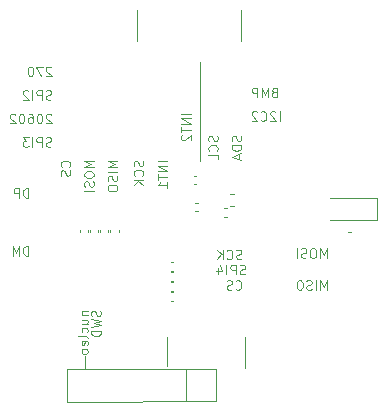
<source format=gbr>
G04 #@! TF.GenerationSoftware,KiCad,Pcbnew,(6.0.8)*
G04 #@! TF.CreationDate,2023-01-15T21:35:17+01:00*
G04 #@! TF.ProjectId,ultimateFC,756c7469-6d61-4746-9546-432e6b696361,rev?*
G04 #@! TF.SameCoordinates,Original*
G04 #@! TF.FileFunction,Legend,Bot*
G04 #@! TF.FilePolarity,Positive*
%FSLAX46Y46*%
G04 Gerber Fmt 4.6, Leading zero omitted, Abs format (unit mm)*
G04 Created by KiCad (PCBNEW (6.0.8)) date 2023-01-15 21:35:17*
%MOMM*%
%LPD*%
G01*
G04 APERTURE LIST*
%ADD10C,0.120000*%
G04 APERTURE END LIST*
D10*
X118100000Y-127400000D02*
X118100000Y-130000000D01*
X114250000Y-104100000D02*
X114250000Y-112450000D01*
X115600000Y-132800000D02*
X115600000Y-130100000D01*
X111500000Y-127400000D02*
X111500000Y-129850000D01*
X108900000Y-99700000D02*
X108900000Y-102300000D01*
X115600000Y-130100000D02*
X103000000Y-130100000D01*
X117700000Y-99700000D02*
X117700000Y-102300000D01*
X103000000Y-132900000D02*
X115600000Y-132800000D01*
X104500000Y-129000000D02*
X104500000Y-130100000D01*
X103000000Y-130100000D02*
X103000000Y-132900000D01*
X113100000Y-130100000D02*
X113100000Y-132800000D01*
X124982761Y-120661904D02*
X124982761Y-119861904D01*
X124716095Y-120433333D01*
X124449428Y-119861904D01*
X124449428Y-120661904D01*
X123916095Y-119861904D02*
X123763714Y-119861904D01*
X123687523Y-119900000D01*
X123611333Y-119976190D01*
X123573238Y-120128571D01*
X123573238Y-120395238D01*
X123611333Y-120547619D01*
X123687523Y-120623809D01*
X123763714Y-120661904D01*
X123916095Y-120661904D01*
X123992285Y-120623809D01*
X124068476Y-120547619D01*
X124106571Y-120395238D01*
X124106571Y-120128571D01*
X124068476Y-119976190D01*
X123992285Y-119900000D01*
X123916095Y-119861904D01*
X123268476Y-120623809D02*
X123154190Y-120661904D01*
X122963714Y-120661904D01*
X122887523Y-120623809D01*
X122849428Y-120585714D01*
X122811333Y-120509523D01*
X122811333Y-120433333D01*
X122849428Y-120357142D01*
X122887523Y-120319047D01*
X122963714Y-120280952D01*
X123116095Y-120242857D01*
X123192285Y-120204761D01*
X123230380Y-120166666D01*
X123268476Y-120090476D01*
X123268476Y-120014285D01*
X123230380Y-119938095D01*
X123192285Y-119900000D01*
X123116095Y-119861904D01*
X122925619Y-119861904D01*
X122811333Y-119900000D01*
X122468476Y-120661904D02*
X122468476Y-119861904D01*
X117274380Y-123285714D02*
X117312476Y-123323809D01*
X117426761Y-123361904D01*
X117502952Y-123361904D01*
X117617238Y-123323809D01*
X117693428Y-123247619D01*
X117731523Y-123171428D01*
X117769619Y-123019047D01*
X117769619Y-122904761D01*
X117731523Y-122752380D01*
X117693428Y-122676190D01*
X117617238Y-122600000D01*
X117502952Y-122561904D01*
X117426761Y-122561904D01*
X117312476Y-122600000D01*
X117274380Y-122638095D01*
X116969619Y-123323809D02*
X116855333Y-123361904D01*
X116664857Y-123361904D01*
X116588666Y-123323809D01*
X116550571Y-123285714D01*
X116512476Y-123209523D01*
X116512476Y-123133333D01*
X116550571Y-123057142D01*
X116588666Y-123019047D01*
X116664857Y-122980952D01*
X116817238Y-122942857D01*
X116893428Y-122904761D01*
X116931523Y-122866666D01*
X116969619Y-122790476D01*
X116969619Y-122714285D01*
X116931523Y-122638095D01*
X116893428Y-122600000D01*
X116817238Y-122561904D01*
X116626761Y-122561904D01*
X116512476Y-122600000D01*
X101669619Y-104538095D02*
X101631523Y-104500000D01*
X101555333Y-104461904D01*
X101364857Y-104461904D01*
X101288666Y-104500000D01*
X101250571Y-104538095D01*
X101212476Y-104614285D01*
X101212476Y-104690476D01*
X101250571Y-104804761D01*
X101707714Y-105261904D01*
X101212476Y-105261904D01*
X100945809Y-104461904D02*
X100412476Y-104461904D01*
X100755333Y-105261904D01*
X99955333Y-104461904D02*
X99879142Y-104461904D01*
X99802952Y-104500000D01*
X99764857Y-104538095D01*
X99726761Y-104614285D01*
X99688666Y-104766666D01*
X99688666Y-104957142D01*
X99726761Y-105109523D01*
X99764857Y-105185714D01*
X99802952Y-105223809D01*
X99879142Y-105261904D01*
X99955333Y-105261904D01*
X100031523Y-105223809D01*
X100069619Y-105185714D01*
X100107714Y-105109523D01*
X100145809Y-104957142D01*
X100145809Y-104766666D01*
X100107714Y-104614285D01*
X100069619Y-104538095D01*
X100031523Y-104500000D01*
X99955333Y-104461904D01*
X115723809Y-110330380D02*
X115761904Y-110444666D01*
X115761904Y-110635142D01*
X115723809Y-110711333D01*
X115685714Y-110749428D01*
X115609523Y-110787523D01*
X115533333Y-110787523D01*
X115457142Y-110749428D01*
X115419047Y-110711333D01*
X115380952Y-110635142D01*
X115342857Y-110482761D01*
X115304761Y-110406571D01*
X115266666Y-110368476D01*
X115190476Y-110330380D01*
X115114285Y-110330380D01*
X115038095Y-110368476D01*
X115000000Y-110406571D01*
X114961904Y-110482761D01*
X114961904Y-110673238D01*
X115000000Y-110787523D01*
X115685714Y-111587523D02*
X115723809Y-111549428D01*
X115761904Y-111435142D01*
X115761904Y-111358952D01*
X115723809Y-111244666D01*
X115647619Y-111168476D01*
X115571428Y-111130380D01*
X115419047Y-111092285D01*
X115304761Y-111092285D01*
X115152380Y-111130380D01*
X115076190Y-111168476D01*
X115000000Y-111244666D01*
X114961904Y-111358952D01*
X114961904Y-111435142D01*
X115000000Y-111549428D01*
X115038095Y-111587523D01*
X115761904Y-112311333D02*
X115761904Y-111930380D01*
X114961904Y-111930380D01*
X101669619Y-111223809D02*
X101555333Y-111261904D01*
X101364857Y-111261904D01*
X101288666Y-111223809D01*
X101250571Y-111185714D01*
X101212476Y-111109523D01*
X101212476Y-111033333D01*
X101250571Y-110957142D01*
X101288666Y-110919047D01*
X101364857Y-110880952D01*
X101517238Y-110842857D01*
X101593428Y-110804761D01*
X101631523Y-110766666D01*
X101669619Y-110690476D01*
X101669619Y-110614285D01*
X101631523Y-110538095D01*
X101593428Y-110500000D01*
X101517238Y-110461904D01*
X101326761Y-110461904D01*
X101212476Y-110500000D01*
X100869619Y-111261904D02*
X100869619Y-110461904D01*
X100564857Y-110461904D01*
X100488666Y-110500000D01*
X100450571Y-110538095D01*
X100412476Y-110614285D01*
X100412476Y-110728571D01*
X100450571Y-110804761D01*
X100488666Y-110842857D01*
X100564857Y-110880952D01*
X100869619Y-110880952D01*
X100069619Y-111261904D02*
X100069619Y-110461904D01*
X99764857Y-110461904D02*
X99269619Y-110461904D01*
X99536285Y-110766666D01*
X99422000Y-110766666D01*
X99345809Y-110804761D01*
X99307714Y-110842857D01*
X99269619Y-110919047D01*
X99269619Y-111109523D01*
X99307714Y-111185714D01*
X99345809Y-111223809D01*
X99422000Y-111261904D01*
X99650571Y-111261904D01*
X99726761Y-111223809D01*
X99764857Y-111185714D01*
X120992285Y-109061904D02*
X120992285Y-108261904D01*
X120649428Y-108338095D02*
X120611333Y-108300000D01*
X120535142Y-108261904D01*
X120344666Y-108261904D01*
X120268476Y-108300000D01*
X120230380Y-108338095D01*
X120192285Y-108414285D01*
X120192285Y-108490476D01*
X120230380Y-108604761D01*
X120687523Y-109061904D01*
X120192285Y-109061904D01*
X119392285Y-108985714D02*
X119430380Y-109023809D01*
X119544666Y-109061904D01*
X119620857Y-109061904D01*
X119735142Y-109023809D01*
X119811333Y-108947619D01*
X119849428Y-108871428D01*
X119887523Y-108719047D01*
X119887523Y-108604761D01*
X119849428Y-108452380D01*
X119811333Y-108376190D01*
X119735142Y-108300000D01*
X119620857Y-108261904D01*
X119544666Y-108261904D01*
X119430380Y-108300000D01*
X119392285Y-108338095D01*
X119087523Y-108338095D02*
X119049428Y-108300000D01*
X118973238Y-108261904D01*
X118782761Y-108261904D01*
X118706571Y-108300000D01*
X118668476Y-108338095D01*
X118630380Y-108414285D01*
X118630380Y-108490476D01*
X118668476Y-108604761D01*
X119125619Y-109061904D01*
X118630380Y-109061904D01*
X109423809Y-112430380D02*
X109461904Y-112544666D01*
X109461904Y-112735142D01*
X109423809Y-112811333D01*
X109385714Y-112849428D01*
X109309523Y-112887523D01*
X109233333Y-112887523D01*
X109157142Y-112849428D01*
X109119047Y-112811333D01*
X109080952Y-112735142D01*
X109042857Y-112582761D01*
X109004761Y-112506571D01*
X108966666Y-112468476D01*
X108890476Y-112430380D01*
X108814285Y-112430380D01*
X108738095Y-112468476D01*
X108700000Y-112506571D01*
X108661904Y-112582761D01*
X108661904Y-112773238D01*
X108700000Y-112887523D01*
X109385714Y-113687523D02*
X109423809Y-113649428D01*
X109461904Y-113535142D01*
X109461904Y-113458952D01*
X109423809Y-113344666D01*
X109347619Y-113268476D01*
X109271428Y-113230380D01*
X109119047Y-113192285D01*
X109004761Y-113192285D01*
X108852380Y-113230380D01*
X108776190Y-113268476D01*
X108700000Y-113344666D01*
X108661904Y-113458952D01*
X108661904Y-113535142D01*
X108700000Y-113649428D01*
X108738095Y-113687523D01*
X109461904Y-114030380D02*
X108661904Y-114030380D01*
X109461904Y-114487523D02*
X109004761Y-114144666D01*
X108661904Y-114487523D02*
X109119047Y-114030380D01*
X101669619Y-108538095D02*
X101631523Y-108500000D01*
X101555333Y-108461904D01*
X101364857Y-108461904D01*
X101288666Y-108500000D01*
X101250571Y-108538095D01*
X101212476Y-108614285D01*
X101212476Y-108690476D01*
X101250571Y-108804761D01*
X101707714Y-109261904D01*
X101212476Y-109261904D01*
X100717238Y-108461904D02*
X100641047Y-108461904D01*
X100564857Y-108500000D01*
X100526761Y-108538095D01*
X100488666Y-108614285D01*
X100450571Y-108766666D01*
X100450571Y-108957142D01*
X100488666Y-109109523D01*
X100526761Y-109185714D01*
X100564857Y-109223809D01*
X100641047Y-109261904D01*
X100717238Y-109261904D01*
X100793428Y-109223809D01*
X100831523Y-109185714D01*
X100869619Y-109109523D01*
X100907714Y-108957142D01*
X100907714Y-108766666D01*
X100869619Y-108614285D01*
X100831523Y-108538095D01*
X100793428Y-108500000D01*
X100717238Y-108461904D01*
X99764857Y-108461904D02*
X99917238Y-108461904D01*
X99993428Y-108500000D01*
X100031523Y-108538095D01*
X100107714Y-108652380D01*
X100145809Y-108804761D01*
X100145809Y-109109523D01*
X100107714Y-109185714D01*
X100069619Y-109223809D01*
X99993428Y-109261904D01*
X99841047Y-109261904D01*
X99764857Y-109223809D01*
X99726761Y-109185714D01*
X99688666Y-109109523D01*
X99688666Y-108919047D01*
X99726761Y-108842857D01*
X99764857Y-108804761D01*
X99841047Y-108766666D01*
X99993428Y-108766666D01*
X100069619Y-108804761D01*
X100107714Y-108842857D01*
X100145809Y-108919047D01*
X99193428Y-108461904D02*
X99117238Y-108461904D01*
X99041047Y-108500000D01*
X99002952Y-108538095D01*
X98964857Y-108614285D01*
X98926761Y-108766666D01*
X98926761Y-108957142D01*
X98964857Y-109109523D01*
X99002952Y-109185714D01*
X99041047Y-109223809D01*
X99117238Y-109261904D01*
X99193428Y-109261904D01*
X99269619Y-109223809D01*
X99307714Y-109185714D01*
X99345809Y-109109523D01*
X99383904Y-108957142D01*
X99383904Y-108766666D01*
X99345809Y-108614285D01*
X99307714Y-108538095D01*
X99269619Y-108500000D01*
X99193428Y-108461904D01*
X98622000Y-108538095D02*
X98583904Y-108500000D01*
X98507714Y-108461904D01*
X98317238Y-108461904D01*
X98241047Y-108500000D01*
X98202952Y-108538095D01*
X98164857Y-108614285D01*
X98164857Y-108690476D01*
X98202952Y-108804761D01*
X98660095Y-109261904D01*
X98164857Y-109261904D01*
X103185714Y-112925619D02*
X103223809Y-112887523D01*
X103261904Y-112773238D01*
X103261904Y-112697047D01*
X103223809Y-112582761D01*
X103147619Y-112506571D01*
X103071428Y-112468476D01*
X102919047Y-112430380D01*
X102804761Y-112430380D01*
X102652380Y-112468476D01*
X102576190Y-112506571D01*
X102500000Y-112582761D01*
X102461904Y-112697047D01*
X102461904Y-112773238D01*
X102500000Y-112887523D01*
X102538095Y-112925619D01*
X103223809Y-113230380D02*
X103261904Y-113344666D01*
X103261904Y-113535142D01*
X103223809Y-113611333D01*
X103185714Y-113649428D01*
X103109523Y-113687523D01*
X103033333Y-113687523D01*
X102957142Y-113649428D01*
X102919047Y-113611333D01*
X102880952Y-113535142D01*
X102842857Y-113382761D01*
X102804761Y-113306571D01*
X102766666Y-113268476D01*
X102690476Y-113230380D01*
X102614285Y-113230380D01*
X102538095Y-113268476D01*
X102500000Y-113306571D01*
X102461904Y-113382761D01*
X102461904Y-113573238D01*
X102500000Y-113687523D01*
X101669619Y-107223809D02*
X101555333Y-107261904D01*
X101364857Y-107261904D01*
X101288666Y-107223809D01*
X101250571Y-107185714D01*
X101212476Y-107109523D01*
X101212476Y-107033333D01*
X101250571Y-106957142D01*
X101288666Y-106919047D01*
X101364857Y-106880952D01*
X101517238Y-106842857D01*
X101593428Y-106804761D01*
X101631523Y-106766666D01*
X101669619Y-106690476D01*
X101669619Y-106614285D01*
X101631523Y-106538095D01*
X101593428Y-106500000D01*
X101517238Y-106461904D01*
X101326761Y-106461904D01*
X101212476Y-106500000D01*
X100869619Y-107261904D02*
X100869619Y-106461904D01*
X100564857Y-106461904D01*
X100488666Y-106500000D01*
X100450571Y-106538095D01*
X100412476Y-106614285D01*
X100412476Y-106728571D01*
X100450571Y-106804761D01*
X100488666Y-106842857D01*
X100564857Y-106880952D01*
X100869619Y-106880952D01*
X100069619Y-107261904D02*
X100069619Y-106461904D01*
X99726761Y-106538095D02*
X99688666Y-106500000D01*
X99612476Y-106461904D01*
X99422000Y-106461904D01*
X99345809Y-106500000D01*
X99307714Y-106538095D01*
X99269619Y-106614285D01*
X99269619Y-106690476D01*
X99307714Y-106804761D01*
X99764857Y-107261904D01*
X99269619Y-107261904D01*
X105823809Y-125130380D02*
X105861904Y-125244666D01*
X105861904Y-125435142D01*
X105823809Y-125511333D01*
X105785714Y-125549428D01*
X105709523Y-125587523D01*
X105633333Y-125587523D01*
X105557142Y-125549428D01*
X105519047Y-125511333D01*
X105480952Y-125435142D01*
X105442857Y-125282761D01*
X105404761Y-125206571D01*
X105366666Y-125168476D01*
X105290476Y-125130380D01*
X105214285Y-125130380D01*
X105138095Y-125168476D01*
X105100000Y-125206571D01*
X105061904Y-125282761D01*
X105061904Y-125473238D01*
X105100000Y-125587523D01*
X105061904Y-125854190D02*
X105861904Y-126044666D01*
X105290476Y-126197047D01*
X105861904Y-126349428D01*
X105061904Y-126539904D01*
X105861904Y-126844666D02*
X105061904Y-126844666D01*
X105061904Y-127035142D01*
X105100000Y-127149428D01*
X105176190Y-127225619D01*
X105252380Y-127263714D01*
X105404761Y-127301809D01*
X105519047Y-127301809D01*
X105671428Y-127263714D01*
X105747619Y-127225619D01*
X105823809Y-127149428D01*
X105861904Y-127035142D01*
X105861904Y-126844666D01*
X104228571Y-125168476D02*
X104761904Y-125168476D01*
X104304761Y-125168476D02*
X104266666Y-125206571D01*
X104228571Y-125282761D01*
X104228571Y-125397047D01*
X104266666Y-125473238D01*
X104342857Y-125511333D01*
X104761904Y-125511333D01*
X104228571Y-126235142D02*
X104761904Y-126235142D01*
X104228571Y-125892285D02*
X104647619Y-125892285D01*
X104723809Y-125930380D01*
X104761904Y-126006571D01*
X104761904Y-126120857D01*
X104723809Y-126197047D01*
X104685714Y-126235142D01*
X104723809Y-126958952D02*
X104761904Y-126882761D01*
X104761904Y-126730380D01*
X104723809Y-126654190D01*
X104685714Y-126616095D01*
X104609523Y-126578000D01*
X104380952Y-126578000D01*
X104304761Y-126616095D01*
X104266666Y-126654190D01*
X104228571Y-126730380D01*
X104228571Y-126882761D01*
X104266666Y-126958952D01*
X104761904Y-127416095D02*
X104723809Y-127339904D01*
X104647619Y-127301809D01*
X103961904Y-127301809D01*
X104723809Y-128025619D02*
X104761904Y-127949428D01*
X104761904Y-127797047D01*
X104723809Y-127720857D01*
X104647619Y-127682761D01*
X104342857Y-127682761D01*
X104266666Y-127720857D01*
X104228571Y-127797047D01*
X104228571Y-127949428D01*
X104266666Y-128025619D01*
X104342857Y-128063714D01*
X104419047Y-128063714D01*
X104495238Y-127682761D01*
X104761904Y-128520857D02*
X104723809Y-128444666D01*
X104685714Y-128406571D01*
X104609523Y-128368476D01*
X104380952Y-128368476D01*
X104304761Y-128406571D01*
X104266666Y-128444666D01*
X104228571Y-128520857D01*
X104228571Y-128635142D01*
X104266666Y-128711333D01*
X104304761Y-128749428D01*
X104380952Y-128787523D01*
X104609523Y-128787523D01*
X104685714Y-128749428D01*
X104723809Y-128711333D01*
X104761904Y-128635142D01*
X104761904Y-128520857D01*
X99731523Y-120461904D02*
X99731523Y-119661904D01*
X99541047Y-119661904D01*
X99426761Y-119700000D01*
X99350571Y-119776190D01*
X99312476Y-119852380D01*
X99274380Y-120004761D01*
X99274380Y-120119047D01*
X99312476Y-120271428D01*
X99350571Y-120347619D01*
X99426761Y-120423809D01*
X99541047Y-120461904D01*
X99731523Y-120461904D01*
X98931523Y-120461904D02*
X98931523Y-119661904D01*
X98664857Y-120233333D01*
X98398190Y-119661904D01*
X98398190Y-120461904D01*
X113461904Y-108468476D02*
X112661904Y-108468476D01*
X113461904Y-108849428D02*
X112661904Y-108849428D01*
X113461904Y-109306571D01*
X112661904Y-109306571D01*
X112661904Y-109573238D02*
X112661904Y-110030380D01*
X113461904Y-109801809D02*
X112661904Y-109801809D01*
X112738095Y-110258952D02*
X112700000Y-110297047D01*
X112661904Y-110373238D01*
X112661904Y-110563714D01*
X112700000Y-110639904D01*
X112738095Y-110678000D01*
X112814285Y-110716095D01*
X112890476Y-110716095D01*
X113004761Y-110678000D01*
X113461904Y-110220857D01*
X113461904Y-110716095D01*
X105261904Y-112468476D02*
X104461904Y-112468476D01*
X105033333Y-112735142D01*
X104461904Y-113001809D01*
X105261904Y-113001809D01*
X104461904Y-113535142D02*
X104461904Y-113687523D01*
X104500000Y-113763714D01*
X104576190Y-113839904D01*
X104728571Y-113878000D01*
X104995238Y-113878000D01*
X105147619Y-113839904D01*
X105223809Y-113763714D01*
X105261904Y-113687523D01*
X105261904Y-113535142D01*
X105223809Y-113458952D01*
X105147619Y-113382761D01*
X104995238Y-113344666D01*
X104728571Y-113344666D01*
X104576190Y-113382761D01*
X104500000Y-113458952D01*
X104461904Y-113535142D01*
X105223809Y-114182761D02*
X105261904Y-114297047D01*
X105261904Y-114487523D01*
X105223809Y-114563714D01*
X105185714Y-114601809D01*
X105109523Y-114639904D01*
X105033333Y-114639904D01*
X104957142Y-114601809D01*
X104919047Y-114563714D01*
X104880952Y-114487523D01*
X104842857Y-114335142D01*
X104804761Y-114258952D01*
X104766666Y-114220857D01*
X104690476Y-114182761D01*
X104614285Y-114182761D01*
X104538095Y-114220857D01*
X104500000Y-114258952D01*
X104461904Y-114335142D01*
X104461904Y-114525619D01*
X104500000Y-114639904D01*
X105261904Y-114982761D02*
X104461904Y-114982761D01*
X120535142Y-106642857D02*
X120420857Y-106680952D01*
X120382761Y-106719047D01*
X120344666Y-106795238D01*
X120344666Y-106909523D01*
X120382761Y-106985714D01*
X120420857Y-107023809D01*
X120497047Y-107061904D01*
X120801809Y-107061904D01*
X120801809Y-106261904D01*
X120535142Y-106261904D01*
X120458952Y-106300000D01*
X120420857Y-106338095D01*
X120382761Y-106414285D01*
X120382761Y-106490476D01*
X120420857Y-106566666D01*
X120458952Y-106604761D01*
X120535142Y-106642857D01*
X120801809Y-106642857D01*
X120001809Y-107061904D02*
X120001809Y-106261904D01*
X119735142Y-106833333D01*
X119468476Y-106261904D01*
X119468476Y-107061904D01*
X119087523Y-107061904D02*
X119087523Y-106261904D01*
X118782761Y-106261904D01*
X118706571Y-106300000D01*
X118668476Y-106338095D01*
X118630380Y-106414285D01*
X118630380Y-106528571D01*
X118668476Y-106604761D01*
X118706571Y-106642857D01*
X118782761Y-106680952D01*
X119087523Y-106680952D01*
X99731523Y-115561904D02*
X99731523Y-114761904D01*
X99541047Y-114761904D01*
X99426761Y-114800000D01*
X99350571Y-114876190D01*
X99312476Y-114952380D01*
X99274380Y-115104761D01*
X99274380Y-115219047D01*
X99312476Y-115371428D01*
X99350571Y-115447619D01*
X99426761Y-115523809D01*
X99541047Y-115561904D01*
X99731523Y-115561904D01*
X98931523Y-115561904D02*
X98931523Y-114761904D01*
X98626761Y-114761904D01*
X98550571Y-114800000D01*
X98512476Y-114838095D01*
X98474380Y-114914285D01*
X98474380Y-115028571D01*
X98512476Y-115104761D01*
X98550571Y-115142857D01*
X98626761Y-115180952D01*
X98931523Y-115180952D01*
X111461904Y-112468476D02*
X110661904Y-112468476D01*
X111461904Y-112849428D02*
X110661904Y-112849428D01*
X111461904Y-113306571D01*
X110661904Y-113306571D01*
X110661904Y-113573238D02*
X110661904Y-114030380D01*
X111461904Y-113801809D02*
X110661904Y-113801809D01*
X111461904Y-114716095D02*
X111461904Y-114258952D01*
X111461904Y-114487523D02*
X110661904Y-114487523D01*
X110776190Y-114411333D01*
X110852380Y-114335142D01*
X110890476Y-114258952D01*
X117769619Y-120723809D02*
X117655333Y-120761904D01*
X117464857Y-120761904D01*
X117388666Y-120723809D01*
X117350571Y-120685714D01*
X117312476Y-120609523D01*
X117312476Y-120533333D01*
X117350571Y-120457142D01*
X117388666Y-120419047D01*
X117464857Y-120380952D01*
X117617238Y-120342857D01*
X117693428Y-120304761D01*
X117731523Y-120266666D01*
X117769619Y-120190476D01*
X117769619Y-120114285D01*
X117731523Y-120038095D01*
X117693428Y-120000000D01*
X117617238Y-119961904D01*
X117426761Y-119961904D01*
X117312476Y-120000000D01*
X116512476Y-120685714D02*
X116550571Y-120723809D01*
X116664857Y-120761904D01*
X116741047Y-120761904D01*
X116855333Y-120723809D01*
X116931523Y-120647619D01*
X116969619Y-120571428D01*
X117007714Y-120419047D01*
X117007714Y-120304761D01*
X116969619Y-120152380D01*
X116931523Y-120076190D01*
X116855333Y-120000000D01*
X116741047Y-119961904D01*
X116664857Y-119961904D01*
X116550571Y-120000000D01*
X116512476Y-120038095D01*
X116169619Y-120761904D02*
X116169619Y-119961904D01*
X115712476Y-120761904D02*
X116055333Y-120304761D01*
X115712476Y-119961904D02*
X116169619Y-120419047D01*
X117723809Y-110330380D02*
X117761904Y-110444666D01*
X117761904Y-110635142D01*
X117723809Y-110711333D01*
X117685714Y-110749428D01*
X117609523Y-110787523D01*
X117533333Y-110787523D01*
X117457142Y-110749428D01*
X117419047Y-110711333D01*
X117380952Y-110635142D01*
X117342857Y-110482761D01*
X117304761Y-110406571D01*
X117266666Y-110368476D01*
X117190476Y-110330380D01*
X117114285Y-110330380D01*
X117038095Y-110368476D01*
X117000000Y-110406571D01*
X116961904Y-110482761D01*
X116961904Y-110673238D01*
X117000000Y-110787523D01*
X117761904Y-111130380D02*
X116961904Y-111130380D01*
X116961904Y-111320857D01*
X117000000Y-111435142D01*
X117076190Y-111511333D01*
X117152380Y-111549428D01*
X117304761Y-111587523D01*
X117419047Y-111587523D01*
X117571428Y-111549428D01*
X117647619Y-111511333D01*
X117723809Y-111435142D01*
X117761904Y-111320857D01*
X117761904Y-111130380D01*
X117533333Y-111892285D02*
X117533333Y-112273238D01*
X117761904Y-111816095D02*
X116961904Y-112082761D01*
X117761904Y-112349428D01*
X107261904Y-112468476D02*
X106461904Y-112468476D01*
X107033333Y-112735142D01*
X106461904Y-113001809D01*
X107261904Y-113001809D01*
X107261904Y-113382761D02*
X106461904Y-113382761D01*
X107223809Y-113725619D02*
X107261904Y-113839904D01*
X107261904Y-114030380D01*
X107223809Y-114106571D01*
X107185714Y-114144666D01*
X107109523Y-114182761D01*
X107033333Y-114182761D01*
X106957142Y-114144666D01*
X106919047Y-114106571D01*
X106880952Y-114030380D01*
X106842857Y-113878000D01*
X106804761Y-113801809D01*
X106766666Y-113763714D01*
X106690476Y-113725619D01*
X106614285Y-113725619D01*
X106538095Y-113763714D01*
X106500000Y-113801809D01*
X106461904Y-113878000D01*
X106461904Y-114068476D01*
X106500000Y-114182761D01*
X106461904Y-114678000D02*
X106461904Y-114830380D01*
X106500000Y-114906571D01*
X106576190Y-114982761D01*
X106728571Y-115020857D01*
X106995238Y-115020857D01*
X107147619Y-114982761D01*
X107223809Y-114906571D01*
X107261904Y-114830380D01*
X107261904Y-114678000D01*
X107223809Y-114601809D01*
X107147619Y-114525619D01*
X106995238Y-114487523D01*
X106728571Y-114487523D01*
X106576190Y-114525619D01*
X106500000Y-114601809D01*
X106461904Y-114678000D01*
X124982761Y-123361904D02*
X124982761Y-122561904D01*
X124716095Y-123133333D01*
X124449428Y-122561904D01*
X124449428Y-123361904D01*
X124068476Y-123361904D02*
X124068476Y-122561904D01*
X123725619Y-123323809D02*
X123611333Y-123361904D01*
X123420857Y-123361904D01*
X123344666Y-123323809D01*
X123306571Y-123285714D01*
X123268476Y-123209523D01*
X123268476Y-123133333D01*
X123306571Y-123057142D01*
X123344666Y-123019047D01*
X123420857Y-122980952D01*
X123573238Y-122942857D01*
X123649428Y-122904761D01*
X123687523Y-122866666D01*
X123725619Y-122790476D01*
X123725619Y-122714285D01*
X123687523Y-122638095D01*
X123649428Y-122600000D01*
X123573238Y-122561904D01*
X123382761Y-122561904D01*
X123268476Y-122600000D01*
X122773238Y-122561904D02*
X122620857Y-122561904D01*
X122544666Y-122600000D01*
X122468476Y-122676190D01*
X122430380Y-122828571D01*
X122430380Y-123095238D01*
X122468476Y-123247619D01*
X122544666Y-123323809D01*
X122620857Y-123361904D01*
X122773238Y-123361904D01*
X122849428Y-123323809D01*
X122925619Y-123247619D01*
X122963714Y-123095238D01*
X122963714Y-122828571D01*
X122925619Y-122676190D01*
X122849428Y-122600000D01*
X122773238Y-122561904D01*
X118069619Y-122023809D02*
X117955333Y-122061904D01*
X117764857Y-122061904D01*
X117688666Y-122023809D01*
X117650571Y-121985714D01*
X117612476Y-121909523D01*
X117612476Y-121833333D01*
X117650571Y-121757142D01*
X117688666Y-121719047D01*
X117764857Y-121680952D01*
X117917238Y-121642857D01*
X117993428Y-121604761D01*
X118031523Y-121566666D01*
X118069619Y-121490476D01*
X118069619Y-121414285D01*
X118031523Y-121338095D01*
X117993428Y-121300000D01*
X117917238Y-121261904D01*
X117726761Y-121261904D01*
X117612476Y-121300000D01*
X117269619Y-122061904D02*
X117269619Y-121261904D01*
X116964857Y-121261904D01*
X116888666Y-121300000D01*
X116850571Y-121338095D01*
X116812476Y-121414285D01*
X116812476Y-121528571D01*
X116850571Y-121604761D01*
X116888666Y-121642857D01*
X116964857Y-121680952D01*
X117269619Y-121680952D01*
X116469619Y-122061904D02*
X116469619Y-121261904D01*
X115745809Y-121528571D02*
X115745809Y-122061904D01*
X115936285Y-121223809D02*
X116126761Y-121795238D01*
X115631523Y-121795238D01*
X111982836Y-123435000D02*
X111767164Y-123435000D01*
X111982836Y-122715000D02*
X111767164Y-122715000D01*
X116302164Y-116460000D02*
X116517836Y-116460000D01*
X116302164Y-117180000D02*
X116517836Y-117180000D01*
X111982836Y-121735000D02*
X111767164Y-121735000D01*
X111982836Y-121015000D02*
X111767164Y-121015000D01*
X105790000Y-118267164D02*
X105790000Y-118482836D01*
X106510000Y-118267164D02*
X106510000Y-118482836D01*
X111982836Y-122585000D02*
X111767164Y-122585000D01*
X111982836Y-121865000D02*
X111767164Y-121865000D01*
X106640000Y-118482836D02*
X106640000Y-118267164D01*
X107360000Y-118482836D02*
X107360000Y-118267164D01*
X113842164Y-115980000D02*
X114057836Y-115980000D01*
X113842164Y-116700000D02*
X114057836Y-116700000D01*
X104940000Y-118267164D02*
X104940000Y-118482836D01*
X105660000Y-118267164D02*
X105660000Y-118482836D01*
X127040580Y-117490000D02*
X126759420Y-117490000D01*
X127040580Y-118510000D02*
X126759420Y-118510000D01*
X111982836Y-124285000D02*
X111767164Y-124285000D01*
X111982836Y-123565000D02*
X111767164Y-123565000D01*
X113947836Y-113690000D02*
X113732164Y-113690000D01*
X113947836Y-114410000D02*
X113732164Y-114410000D01*
X104090000Y-118482836D02*
X104090000Y-118267164D01*
X104810000Y-118482836D02*
X104810000Y-118267164D01*
X129210000Y-115565000D02*
X129210000Y-117435000D01*
X125300000Y-115565000D02*
X129210000Y-115565000D01*
X129210000Y-117435000D02*
X125300000Y-117435000D01*
X117115279Y-115240000D02*
X116789721Y-115240000D01*
X117115279Y-116260000D02*
X116789721Y-116260000D01*
M02*

</source>
